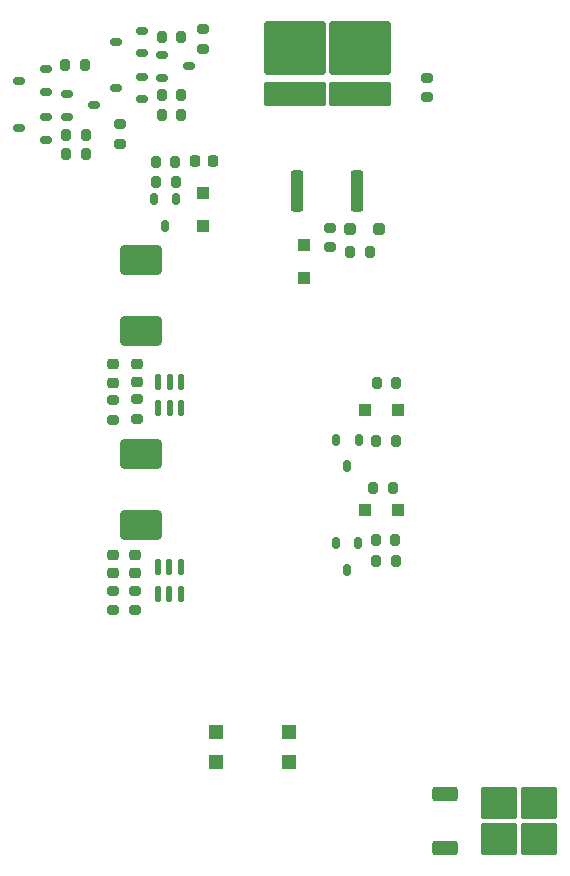
<source format=gbr>
%TF.GenerationSoftware,KiCad,Pcbnew,7.0.11-7.0.11~ubuntu22.04.1*%
%TF.CreationDate,2024-03-11T04:50:29+03:00*%
%TF.ProjectId,MSConn,4d53436f-6e6e-42e6-9b69-6361645f7063,rev?*%
%TF.SameCoordinates,PX5f5e100PY5f5e100*%
%TF.FileFunction,Paste,Top*%
%TF.FilePolarity,Positive*%
%FSLAX46Y46*%
G04 Gerber Fmt 4.6, Leading zero omitted, Abs format (unit mm)*
G04 Created by KiCad (PCBNEW 7.0.11-7.0.11~ubuntu22.04.1) date 2024-03-11 04:50:29*
%MOMM*%
%LPD*%
G01*
G04 APERTURE LIST*
G04 Aperture macros list*
%AMRoundRect*
0 Rectangle with rounded corners*
0 $1 Rounding radius*
0 $2 $3 $4 $5 $6 $7 $8 $9 X,Y pos of 4 corners*
0 Add a 4 corners polygon primitive as box body*
4,1,4,$2,$3,$4,$5,$6,$7,$8,$9,$2,$3,0*
0 Add four circle primitives for the rounded corners*
1,1,$1+$1,$2,$3*
1,1,$1+$1,$4,$5*
1,1,$1+$1,$6,$7*
1,1,$1+$1,$8,$9*
0 Add four rect primitives between the rounded corners*
20,1,$1+$1,$2,$3,$4,$5,0*
20,1,$1+$1,$4,$5,$6,$7,0*
20,1,$1+$1,$6,$7,$8,$9,0*
20,1,$1+$1,$8,$9,$2,$3,0*%
G04 Aperture macros list end*
%ADD10RoundRect,0.200000X-0.275000X0.200000X-0.275000X-0.200000X0.275000X-0.200000X0.275000X0.200000X0*%
%ADD11RoundRect,0.200000X0.275000X-0.200000X0.275000X0.200000X-0.275000X0.200000X-0.275000X-0.200000X0*%
%ADD12RoundRect,0.150000X-0.350000X-0.150000X0.350000X-0.150000X0.350000X0.150000X-0.350000X0.150000X0*%
%ADD13RoundRect,0.250000X0.250000X0.250000X-0.250000X0.250000X-0.250000X-0.250000X0.250000X-0.250000X0*%
%ADD14RoundRect,0.200000X0.200000X0.275000X-0.200000X0.275000X-0.200000X-0.275000X0.200000X-0.275000X0*%
%ADD15RoundRect,0.150000X-0.150000X0.350000X-0.150000X-0.350000X0.150000X-0.350000X0.150000X0.350000X0*%
%ADD16R,1.300000X1.200000*%
%ADD17RoundRect,0.250000X0.300000X-0.300000X0.300000X0.300000X-0.300000X0.300000X-0.300000X-0.300000X0*%
%ADD18RoundRect,0.150000X0.350000X0.150000X-0.350000X0.150000X-0.350000X-0.150000X0.350000X-0.150000X0*%
%ADD19RoundRect,0.225000X-0.225000X-0.250000X0.225000X-0.250000X0.225000X0.250000X-0.225000X0.250000X0*%
%ADD20RoundRect,0.250000X-0.300000X-0.300000X0.300000X-0.300000X0.300000X0.300000X-0.300000X0.300000X0*%
%ADD21RoundRect,0.137500X0.137500X-0.525000X0.137500X0.525000X-0.137500X0.525000X-0.137500X-0.525000X0*%
%ADD22RoundRect,0.225000X-0.250000X0.225000X-0.250000X-0.225000X0.250000X-0.225000X0.250000X0.225000X0*%
%ADD23RoundRect,0.250000X1.500000X-1.000000X1.500000X1.000000X-1.500000X1.000000X-1.500000X-1.000000X0*%
%ADD24RoundRect,0.250000X-0.300000X0.300000X-0.300000X-0.300000X0.300000X-0.300000X0.300000X0.300000X0*%
%ADD25RoundRect,0.250000X0.300000X-1.500000X0.300000X1.500000X-0.300000X1.500000X-0.300000X-1.500000X0*%
%ADD26RoundRect,0.109890X2.515110X-0.890110X2.515110X0.890110X-2.515110X0.890110X-2.515110X-0.890110X0*%
%ADD27RoundRect,0.250000X2.375000X-2.025000X2.375000X2.025000X-2.375000X2.025000X-2.375000X-2.025000X0*%
%ADD28RoundRect,0.250000X-0.850000X-0.350000X0.850000X-0.350000X0.850000X0.350000X-0.850000X0.350000X0*%
%ADD29RoundRect,0.250000X-1.275000X-1.125000X1.275000X-1.125000X1.275000X1.125000X-1.275000X1.125000X0*%
G04 APERTURE END LIST*
D10*
%TO.C,R2*%
X18200000Y76725000D03*
X18200000Y75075000D03*
%TD*%
D11*
%TO.C,R7*%
X11200000Y67050000D03*
X11200000Y68700000D03*
%TD*%
D12*
%TO.C,Q2*%
X14762500Y74550000D03*
X14762500Y72650000D03*
X17037500Y73600000D03*
%TD*%
D13*
%TO.C,D2*%
X33150000Y59831350D03*
X30650000Y59831350D03*
%TD*%
D14*
%TO.C,R8*%
X8300000Y67800000D03*
X6650000Y67800000D03*
%TD*%
%TO.C,R19*%
X34500000Y33500000D03*
X32850000Y33500000D03*
%TD*%
D15*
%TO.C,Q8*%
X15950000Y62375000D03*
X14050000Y62375000D03*
X15000000Y60100000D03*
%TD*%
%TO.C,Q10*%
X31350000Y33237500D03*
X29450000Y33237500D03*
X30400000Y30962500D03*
%TD*%
D14*
%TO.C,R14*%
X34600000Y46800000D03*
X32950000Y46800000D03*
%TD*%
D16*
%TO.C,D7*%
X25500000Y14700000D03*
X25500000Y17240000D03*
X19350000Y17240000D03*
X19350000Y14700000D03*
%TD*%
D14*
%TO.C,R18*%
X34287500Y37900000D03*
X32637500Y37900000D03*
%TD*%
D17*
%TO.C,D1*%
X18200000Y60100000D03*
X18200000Y62900000D03*
%TD*%
D12*
%TO.C,Q6*%
X6725000Y71250000D03*
X6725000Y69350000D03*
X9000000Y70300000D03*
%TD*%
D14*
%TO.C,R20*%
X34525000Y31700000D03*
X32875000Y31700000D03*
%TD*%
D18*
%TO.C,Q1*%
X13100000Y74700000D03*
X13100000Y76600000D03*
X10825000Y75650000D03*
%TD*%
D11*
%TO.C,R22*%
X12500000Y27550000D03*
X12500000Y29200000D03*
%TD*%
D14*
%TO.C,R11*%
X15900000Y63837500D03*
X14250000Y63837500D03*
%TD*%
D11*
%TO.C,R4*%
X37200000Y70975000D03*
X37200000Y72625000D03*
%TD*%
D14*
%TO.C,R5*%
X16400000Y71200000D03*
X14750000Y71200000D03*
%TD*%
D10*
%TO.C,R16*%
X10600000Y45350000D03*
X10600000Y43700000D03*
%TD*%
D18*
%TO.C,Q4*%
X13100000Y70800000D03*
X13100000Y72700000D03*
X10825000Y71750000D03*
%TD*%
D14*
%TO.C,R3*%
X8225000Y73700000D03*
X6575000Y73700000D03*
%TD*%
%TO.C,R13*%
X32325000Y57900000D03*
X30675000Y57900000D03*
%TD*%
D19*
%TO.C,C1*%
X17550000Y65600000D03*
X19100000Y65600000D03*
%TD*%
D20*
%TO.C,D5*%
X31900000Y36000000D03*
X34700000Y36000000D03*
%TD*%
%TO.C,D4*%
X31900000Y44500000D03*
X34700000Y44500000D03*
%TD*%
D21*
%TO.C,U1*%
X14450000Y44643850D03*
X15400000Y44643850D03*
X16350000Y44643850D03*
X16350000Y46918850D03*
X15400000Y46918850D03*
X14450000Y46918850D03*
%TD*%
D22*
%TO.C,C4*%
X12613153Y48431350D03*
X12613153Y46881350D03*
%TD*%
%TO.C,C8*%
X10586847Y32250000D03*
X10586847Y30700000D03*
%TD*%
D23*
%TO.C,L1*%
X13000000Y51200000D03*
X13000000Y57200000D03*
%TD*%
D24*
%TO.C,D3*%
X26800000Y58500000D03*
X26800000Y55700000D03*
%TD*%
D23*
%TO.C,L2*%
X12986847Y34800000D03*
X12986847Y40800000D03*
%TD*%
D14*
%TO.C,R9*%
X8300000Y66200000D03*
X6650000Y66200000D03*
%TD*%
%TO.C,R17*%
X34525000Y41900000D03*
X32875000Y41900000D03*
%TD*%
D25*
%TO.C,Q5*%
X26220000Y63050000D03*
D26*
X25985000Y71250000D03*
X31535000Y71250000D03*
D27*
X25985000Y75175000D03*
X31535000Y75175000D03*
D25*
X31300000Y63050000D03*
%TD*%
D22*
%TO.C,C9*%
X12500000Y32250000D03*
X12500000Y30700000D03*
%TD*%
%TO.C,C5*%
X10600000Y48375000D03*
X10600000Y46825000D03*
%TD*%
D14*
%TO.C,R6*%
X16400000Y69500000D03*
X14750000Y69500000D03*
%TD*%
%TO.C,R10*%
X15886847Y65506150D03*
X14236847Y65506150D03*
%TD*%
D18*
%TO.C,Q7*%
X4962500Y67400000D03*
X4962500Y69300000D03*
X2687500Y68350000D03*
%TD*%
D10*
%TO.C,R21*%
X10586847Y29200000D03*
X10586847Y27550000D03*
%TD*%
D18*
%TO.C,Q3*%
X4962500Y71450000D03*
X4962500Y73350000D03*
X2687500Y72400000D03*
%TD*%
D11*
%TO.C,R12*%
X29000000Y58275000D03*
X29000000Y59925000D03*
%TD*%
D15*
%TO.C,Q9*%
X31400000Y42000000D03*
X29500000Y42000000D03*
X30450000Y39725000D03*
%TD*%
D28*
%TO.C,Q11*%
X38700000Y12000000D03*
D29*
X43325000Y11245000D03*
X43325000Y8195000D03*
X46675000Y11245000D03*
X46675000Y8195000D03*
D28*
X38700000Y7440000D03*
%TD*%
D21*
%TO.C,U2*%
X14436847Y28937500D03*
X15386847Y28937500D03*
X16336847Y28937500D03*
X16336847Y31212500D03*
X15386847Y31212500D03*
X14436847Y31212500D03*
%TD*%
D11*
%TO.C,R15*%
X12613153Y43756350D03*
X12613153Y45406350D03*
%TD*%
D14*
%TO.C,R1*%
X16400000Y76100000D03*
X14750000Y76100000D03*
%TD*%
M02*

</source>
